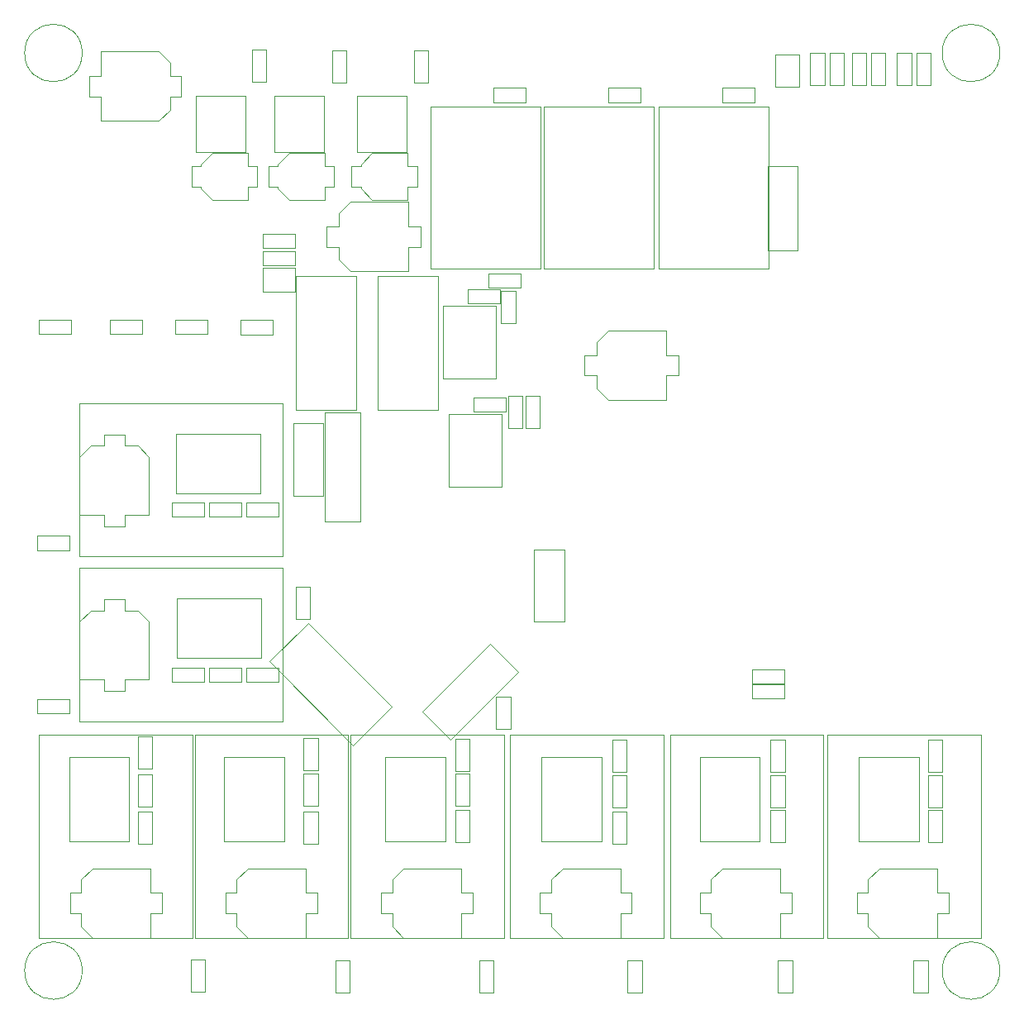
<source format=gbr>
G04 #@! TF.GenerationSoftware,KiCad,Pcbnew,5.1.2-f72e74a~84~ubuntu18.04.1*
G04 #@! TF.CreationDate,2019-05-06T18:12:30+08:00*
G04 #@! TF.ProjectId,printer-board,7072696e-7465-4722-9d62-6f6172642e6b,rev?*
G04 #@! TF.SameCoordinates,Original*
G04 #@! TF.FileFunction,Other,User*
%FSLAX46Y46*%
G04 Gerber Fmt 4.6, Leading zero omitted, Abs format (unit mm)*
G04 Created by KiCad (PCBNEW 5.1.2-f72e74a~84~ubuntu18.04.1) date 2019-05-06 18:12:30*
%MOMM*%
%LPD*%
G04 APERTURE LIST*
%ADD10C,0.050000*%
G04 APERTURE END LIST*
D10*
X5950000Y-97000000D02*
G75*
G03X5950000Y-97000000I-2950000J0D01*
G01*
X99950000Y-97000000D02*
G75*
G03X99950000Y-97000000I-2950000J0D01*
G01*
X5950000Y-3000000D02*
G75*
G03X5950000Y-3000000I-2950000J0D01*
G01*
X99950000Y-3000000D02*
G75*
G03X99950000Y-3000000I-2950000J0D01*
G01*
X34400000Y-39800000D02*
X30800000Y-39800000D01*
X34400000Y-51000000D02*
X34400000Y-39800000D01*
X30800000Y-51000000D02*
X34400000Y-51000000D01*
X30800000Y-39800000D02*
X30800000Y-51000000D01*
X17600000Y-7420000D02*
X22700000Y-7420000D01*
X17600000Y-7420000D02*
X17600000Y-13130000D01*
X22700000Y-13130000D02*
X22700000Y-7420000D01*
X22700000Y-13130000D02*
X17600000Y-13130000D01*
X25600000Y-7420000D02*
X30700000Y-7420000D01*
X25600000Y-7420000D02*
X25600000Y-13130000D01*
X30700000Y-13130000D02*
X30700000Y-7420000D01*
X30700000Y-13130000D02*
X25600000Y-13130000D01*
X34100000Y-7420000D02*
X39200000Y-7420000D01*
X34100000Y-7420000D02*
X34100000Y-13130000D01*
X39200000Y-13130000D02*
X39200000Y-7420000D01*
X39200000Y-13130000D02*
X34100000Y-13130000D01*
X43520000Y-47449999D02*
X48920000Y-47449999D01*
X43520000Y-39989999D02*
X48920000Y-39989999D01*
X43520000Y-47449999D02*
X43520000Y-39989999D01*
X48920000Y-47449999D02*
X48920000Y-39989999D01*
X42920000Y-36350000D02*
X48320000Y-36350000D01*
X42920000Y-28890000D02*
X48320000Y-28890000D01*
X42920000Y-36350000D02*
X42920000Y-28890000D01*
X48320000Y-36350000D02*
X48320000Y-28890000D01*
X65000000Y-8480000D02*
X65000000Y-25120000D01*
X76300000Y-8480000D02*
X65000000Y-8480000D01*
X76300000Y-25120000D02*
X76300000Y-8480000D01*
X65000000Y-25120000D02*
X76300000Y-25120000D01*
X53200000Y-8480000D02*
X53200000Y-25120000D01*
X64500000Y-8480000D02*
X53200000Y-8480000D01*
X64500000Y-25120000D02*
X64500000Y-8480000D01*
X53200000Y-25120000D02*
X64500000Y-25120000D01*
X41600000Y-25120000D02*
X52900000Y-25120000D01*
X52900000Y-25120000D02*
X52900000Y-8480000D01*
X52900000Y-8480000D02*
X41600000Y-8480000D01*
X41600000Y-8480000D02*
X41600000Y-25120000D01*
X36250000Y-39600000D02*
X42400000Y-39600000D01*
X36250000Y-25850000D02*
X36250000Y-39600000D01*
X42400000Y-25850000D02*
X36250000Y-25850000D01*
X42400000Y-39600000D02*
X42400000Y-25850000D01*
X34000000Y-39600000D02*
X34000000Y-25850000D01*
X34000000Y-25850000D02*
X27850000Y-25850000D01*
X27850000Y-25850000D02*
X27850000Y-39600000D01*
X27850000Y-39600000D02*
X34000000Y-39600000D01*
X75350000Y-75100000D02*
X69200000Y-75100000D01*
X75350000Y-83750000D02*
X75350000Y-75100000D01*
X69200000Y-83750000D02*
X75350000Y-83750000D01*
X69200000Y-75100000D02*
X69200000Y-83750000D01*
X76930000Y-6450000D02*
X76930000Y-3150000D01*
X76930000Y-6450000D02*
X79430000Y-6450000D01*
X79430000Y-3150000D02*
X76930000Y-3150000D01*
X79430000Y-3150000D02*
X79430000Y-6450000D01*
X24450000Y-25000000D02*
X27750000Y-25000000D01*
X24450000Y-25000000D02*
X24450000Y-27500000D01*
X27750000Y-27500000D02*
X27750000Y-25000000D01*
X27750000Y-27500000D02*
X24450000Y-27500000D01*
X27750000Y-24730000D02*
X24450000Y-24730000D01*
X27750000Y-23270000D02*
X27750000Y-24730000D01*
X24450000Y-23270000D02*
X27750000Y-23270000D01*
X24450000Y-24730000D02*
X24450000Y-23270000D01*
X27750000Y-22980000D02*
X24450000Y-22980000D01*
X27750000Y-21520000D02*
X27750000Y-22980000D01*
X24450000Y-21520000D02*
X27750000Y-21520000D01*
X24450000Y-22980000D02*
X24450000Y-21520000D01*
X57400000Y-36050000D02*
X58650000Y-36050000D01*
X57400000Y-33950000D02*
X57400000Y-36050000D01*
X58650000Y-33950000D02*
X57400000Y-33950000D01*
X58650000Y-36050000D02*
X58650000Y-37400000D01*
X58650000Y-32600000D02*
X58650000Y-33950000D01*
X58650000Y-32600000D02*
X59800000Y-31450000D01*
X58650000Y-37400000D02*
X59800000Y-38550000D01*
X59800000Y-31450000D02*
X65750000Y-31450000D01*
X59800000Y-38550000D02*
X65750000Y-38550000D01*
X65750000Y-36050000D02*
X65750000Y-38550000D01*
X67000000Y-36050000D02*
X65750000Y-36050000D01*
X67000000Y-33950000D02*
X67000000Y-36050000D01*
X65750000Y-33950000D02*
X67000000Y-33950000D01*
X65750000Y-31450000D02*
X65750000Y-33950000D01*
X52830000Y-38150000D02*
X52830000Y-41450000D01*
X51370000Y-38150000D02*
X52830000Y-38150000D01*
X51370000Y-41450000D02*
X51370000Y-38150000D01*
X52830000Y-41450000D02*
X51370000Y-41450000D01*
X49570000Y-41450000D02*
X49570000Y-38150000D01*
X51030000Y-41450000D02*
X49570000Y-41450000D01*
X51030000Y-38150000D02*
X51030000Y-41450000D01*
X49570000Y-38150000D02*
X51030000Y-38150000D01*
X49350000Y-39729999D02*
X46050000Y-39729999D01*
X49350000Y-38269999D02*
X49350000Y-39729999D01*
X46050000Y-38269999D02*
X49350000Y-38269999D01*
X46050000Y-39729999D02*
X46050000Y-38269999D01*
X47550000Y-25570000D02*
X50850000Y-25570000D01*
X47550000Y-27030000D02*
X47550000Y-25570000D01*
X50850000Y-27030000D02*
X47550000Y-27030000D01*
X50850000Y-25570000D02*
X50850000Y-27030000D01*
X48870000Y-30650000D02*
X48870000Y-27350000D01*
X50330000Y-30650000D02*
X48870000Y-30650000D01*
X50330000Y-27350000D02*
X50330000Y-30650000D01*
X48870000Y-27350000D02*
X50330000Y-27350000D01*
X48750000Y-28680000D02*
X45450000Y-28680000D01*
X48750000Y-27220000D02*
X48750000Y-28680000D01*
X45450000Y-27220000D02*
X48750000Y-27220000D01*
X45450000Y-28680000D02*
X45450000Y-27220000D01*
X79250000Y-14550000D02*
X76150000Y-14550000D01*
X79250000Y-23200000D02*
X79250000Y-14550000D01*
X76150000Y-23200000D02*
X79250000Y-23200000D01*
X76150000Y-14550000D02*
X76150000Y-23200000D01*
X26505000Y-38855000D02*
X26505000Y-54595000D01*
X26505000Y-38855000D02*
X5685000Y-38855000D01*
X5685000Y-54595000D02*
X26505000Y-54595000D01*
X5685000Y-54595000D02*
X5685000Y-38855000D01*
X94030000Y-76950000D02*
X94030000Y-80250000D01*
X92570000Y-76950000D02*
X94030000Y-76950000D01*
X92570000Y-80250000D02*
X92570000Y-76950000D01*
X94030000Y-80250000D02*
X92570000Y-80250000D01*
X39300000Y-13250000D02*
X39300000Y-14600000D01*
X39300000Y-14600000D02*
X40250000Y-14600000D01*
X40250000Y-14600000D02*
X40250000Y-16700000D01*
X40250000Y-16700000D02*
X39300000Y-16700000D01*
X39300000Y-16700000D02*
X39300000Y-18050000D01*
X35650000Y-18050000D02*
X39300000Y-18050000D01*
X35650000Y-13250000D02*
X39300000Y-13250000D01*
X34500000Y-16900000D02*
X35650000Y-18050000D01*
X34500000Y-14400000D02*
X35650000Y-13250000D01*
X34500000Y-14400000D02*
X34500000Y-14600000D01*
X34500000Y-16700000D02*
X34500000Y-16900000D01*
X34500000Y-14600000D02*
X33550000Y-14600000D01*
X33550000Y-14600000D02*
X33550000Y-16700000D01*
X33550000Y-16700000D02*
X34500000Y-16700000D01*
X17150000Y-16700000D02*
X18100000Y-16700000D01*
X17150000Y-14600000D02*
X17150000Y-16700000D01*
X18100000Y-14600000D02*
X17150000Y-14600000D01*
X18100000Y-16700000D02*
X18100000Y-16900000D01*
X18100000Y-14400000D02*
X18100000Y-14600000D01*
X18100000Y-14400000D02*
X19250000Y-13250000D01*
X18100000Y-16900000D02*
X19250000Y-18050000D01*
X19250000Y-13250000D02*
X22900000Y-13250000D01*
X19250000Y-18050000D02*
X22900000Y-18050000D01*
X22900000Y-16700000D02*
X22900000Y-18050000D01*
X23850000Y-16700000D02*
X22900000Y-16700000D01*
X23850000Y-14600000D02*
X23850000Y-16700000D01*
X22900000Y-14600000D02*
X23850000Y-14600000D01*
X22900000Y-13250000D02*
X22900000Y-14600000D01*
X30800000Y-13250000D02*
X30800000Y-14600000D01*
X30800000Y-14600000D02*
X31750000Y-14600000D01*
X31750000Y-14600000D02*
X31750000Y-16700000D01*
X31750000Y-16700000D02*
X30800000Y-16700000D01*
X30800000Y-16700000D02*
X30800000Y-18050000D01*
X27150000Y-18050000D02*
X30800000Y-18050000D01*
X27150000Y-13250000D02*
X30800000Y-13250000D01*
X26000000Y-16900000D02*
X27150000Y-18050000D01*
X26000000Y-14400000D02*
X27150000Y-13250000D01*
X26000000Y-14400000D02*
X26000000Y-14600000D01*
X26000000Y-16700000D02*
X26000000Y-16900000D01*
X26000000Y-14600000D02*
X25050000Y-14600000D01*
X25050000Y-14600000D02*
X25050000Y-16700000D01*
X25050000Y-16700000D02*
X26000000Y-16700000D01*
X77850000Y-69130000D02*
X74550000Y-69130000D01*
X77850000Y-67670000D02*
X77850000Y-69130000D01*
X74550000Y-67670000D02*
X77850000Y-67670000D01*
X74550000Y-69130000D02*
X74550000Y-67670000D01*
X74550000Y-67630000D02*
X74550000Y-66170000D01*
X74550000Y-66170000D02*
X77850000Y-66170000D01*
X77850000Y-66170000D02*
X77850000Y-67630000D01*
X77850000Y-67630000D02*
X74550000Y-67630000D01*
X52250000Y-53850000D02*
X52250000Y-61250000D01*
X52250000Y-61250000D02*
X55350000Y-61250000D01*
X55350000Y-61250000D02*
X55350000Y-53850000D01*
X55350000Y-53850000D02*
X52250000Y-53850000D01*
X39350000Y-18250000D02*
X39350000Y-20750000D01*
X39350000Y-20750000D02*
X40600000Y-20750000D01*
X40600000Y-20750000D02*
X40600000Y-22850000D01*
X40600000Y-22850000D02*
X39350000Y-22850000D01*
X39350000Y-22850000D02*
X39350000Y-25350000D01*
X33400000Y-25350000D02*
X39350000Y-25350000D01*
X33400000Y-18250000D02*
X39350000Y-18250000D01*
X32250000Y-24200000D02*
X33400000Y-25350000D01*
X32250000Y-19400000D02*
X33400000Y-18250000D01*
X32250000Y-19400000D02*
X32250000Y-20750000D01*
X32250000Y-22850000D02*
X32250000Y-24200000D01*
X32250000Y-20750000D02*
X31000000Y-20750000D01*
X31000000Y-20750000D02*
X31000000Y-22850000D01*
X31000000Y-22850000D02*
X32250000Y-22850000D01*
X30650000Y-40950000D02*
X27550000Y-40950000D01*
X30650000Y-48350000D02*
X30650000Y-40950000D01*
X27550000Y-48350000D02*
X30650000Y-48350000D01*
X27550000Y-40950000D02*
X27550000Y-48350000D01*
X29301615Y-61000000D02*
X27841615Y-61000000D01*
X27841615Y-61000000D02*
X27841615Y-57700000D01*
X27841615Y-57700000D02*
X29301615Y-57700000D01*
X29301615Y-57700000D02*
X29301615Y-61000000D01*
X29117015Y-61384917D02*
X25157217Y-65344715D01*
X25157217Y-65344715D02*
X33713209Y-73900707D01*
X33713209Y-73900707D02*
X37673007Y-69940909D01*
X37673007Y-69940909D02*
X29117015Y-61384917D01*
X47702154Y-63547608D02*
X50601292Y-66446746D01*
X40772508Y-70477254D02*
X47702154Y-63547608D01*
X43671646Y-73376392D02*
X40772508Y-70477254D01*
X50601292Y-66446746D02*
X43671646Y-73376392D01*
X48357867Y-72244975D02*
X48357867Y-68944975D01*
X49817867Y-72244975D02*
X48357867Y-72244975D01*
X49817867Y-68944975D02*
X49817867Y-72244975D01*
X48357867Y-68944975D02*
X49817867Y-68944975D01*
X93550000Y-86545000D02*
X93550000Y-89045000D01*
X93550000Y-89045000D02*
X94700000Y-89045000D01*
X94700000Y-89045000D02*
X94700000Y-91145000D01*
X94700000Y-91145000D02*
X93550000Y-91145000D01*
X93550000Y-91145000D02*
X93550000Y-93645000D01*
X87600000Y-93645000D02*
X93550000Y-93645000D01*
X87600000Y-86545000D02*
X93550000Y-86545000D01*
X86450000Y-92495000D02*
X87600000Y-93645000D01*
X86450000Y-87695000D02*
X87600000Y-86545000D01*
X86450000Y-87695000D02*
X86450000Y-89045000D01*
X86450000Y-91145000D02*
X86450000Y-92495000D01*
X86450000Y-89045000D02*
X85300000Y-89045000D01*
X85300000Y-89045000D02*
X85300000Y-91145000D01*
X85300000Y-91145000D02*
X86450000Y-91145000D01*
X94030000Y-80550000D02*
X94030000Y-83850000D01*
X92570000Y-80550000D02*
X94030000Y-80550000D01*
X92570000Y-83850000D02*
X92570000Y-80550000D01*
X94030000Y-83850000D02*
X92570000Y-83850000D01*
X91650000Y-75100000D02*
X85500000Y-75100000D01*
X91650000Y-83750000D02*
X91650000Y-75100000D01*
X85500000Y-83750000D02*
X91650000Y-83750000D01*
X85500000Y-75100000D02*
X85500000Y-83750000D01*
X91105000Y-99250000D02*
X91105000Y-95950000D01*
X92565000Y-99250000D02*
X91105000Y-99250000D01*
X92565000Y-95950000D02*
X92565000Y-99250000D01*
X91105000Y-95950000D02*
X92565000Y-95950000D01*
X94030000Y-76650000D02*
X92570000Y-76650000D01*
X92570000Y-76650000D02*
X92570000Y-73350000D01*
X92570000Y-73350000D02*
X94030000Y-73350000D01*
X94030000Y-73350000D02*
X94030000Y-76650000D01*
X82275000Y-72825000D02*
X98015000Y-72825000D01*
X82275000Y-72825000D02*
X82275000Y-93645000D01*
X98015000Y-93645000D02*
X98015000Y-72825000D01*
X98015000Y-93645000D02*
X82275000Y-93645000D01*
X77450000Y-86545000D02*
X77450000Y-89045000D01*
X77450000Y-89045000D02*
X78600000Y-89045000D01*
X78600000Y-89045000D02*
X78600000Y-91145000D01*
X78600000Y-91145000D02*
X77450000Y-91145000D01*
X77450000Y-91145000D02*
X77450000Y-93645000D01*
X71500000Y-93645000D02*
X77450000Y-93645000D01*
X71500000Y-86545000D02*
X77450000Y-86545000D01*
X70350000Y-92495000D02*
X71500000Y-93645000D01*
X70350000Y-87695000D02*
X71500000Y-86545000D01*
X70350000Y-87695000D02*
X70350000Y-89045000D01*
X70350000Y-91145000D02*
X70350000Y-92495000D01*
X70350000Y-89045000D02*
X69200000Y-89045000D01*
X69200000Y-89045000D02*
X69200000Y-91145000D01*
X69200000Y-91145000D02*
X70350000Y-91145000D01*
X77930000Y-80550000D02*
X77930000Y-83850000D01*
X76470000Y-80550000D02*
X77930000Y-80550000D01*
X76470000Y-83850000D02*
X76470000Y-80550000D01*
X77930000Y-83850000D02*
X76470000Y-83850000D01*
X77230000Y-99250000D02*
X77230000Y-95950000D01*
X78690000Y-99250000D02*
X77230000Y-99250000D01*
X78690000Y-95950000D02*
X78690000Y-99250000D01*
X77230000Y-95950000D02*
X78690000Y-95950000D01*
X77930000Y-80250000D02*
X76470000Y-80250000D01*
X76470000Y-80250000D02*
X76470000Y-76950000D01*
X76470000Y-76950000D02*
X77930000Y-76950000D01*
X77930000Y-76950000D02*
X77930000Y-80250000D01*
X77930000Y-73350000D02*
X77930000Y-76650000D01*
X76470000Y-73350000D02*
X77930000Y-73350000D01*
X76470000Y-76650000D02*
X76470000Y-73350000D01*
X77930000Y-76650000D02*
X76470000Y-76650000D01*
X81889000Y-93645000D02*
X66149000Y-93645000D01*
X81889000Y-93645000D02*
X81889000Y-72825000D01*
X66149000Y-72825000D02*
X66149000Y-93645000D01*
X66149000Y-72825000D02*
X81889000Y-72825000D01*
X61100000Y-86545000D02*
X61100000Y-89045000D01*
X61100000Y-89045000D02*
X62250000Y-89045000D01*
X62250000Y-89045000D02*
X62250000Y-91145000D01*
X62250000Y-91145000D02*
X61100000Y-91145000D01*
X61100000Y-91145000D02*
X61100000Y-93645000D01*
X55150000Y-93645000D02*
X61100000Y-93645000D01*
X55150000Y-86545000D02*
X61100000Y-86545000D01*
X54000000Y-92495000D02*
X55150000Y-93645000D01*
X54000000Y-87695000D02*
X55150000Y-86545000D01*
X54000000Y-87695000D02*
X54000000Y-89045000D01*
X54000000Y-91145000D02*
X54000000Y-92495000D01*
X54000000Y-89045000D02*
X52850000Y-89045000D01*
X52850000Y-89045000D02*
X52850000Y-91145000D01*
X52850000Y-91145000D02*
X54000000Y-91145000D01*
X61730000Y-84050000D02*
X60270000Y-84050000D01*
X60270000Y-84050000D02*
X60270000Y-80750000D01*
X60270000Y-80750000D02*
X61730000Y-80750000D01*
X61730000Y-80750000D02*
X61730000Y-84050000D01*
X53000000Y-75100000D02*
X53000000Y-83750000D01*
X53000000Y-83750000D02*
X59150000Y-83750000D01*
X59150000Y-83750000D02*
X59150000Y-75100000D01*
X59150000Y-75100000D02*
X53000000Y-75100000D01*
X61820000Y-95955000D02*
X63280000Y-95955000D01*
X63280000Y-95955000D02*
X63280000Y-99255000D01*
X63280000Y-99255000D02*
X61820000Y-99255000D01*
X61820000Y-99255000D02*
X61820000Y-95955000D01*
X61730000Y-80250000D02*
X60270000Y-80250000D01*
X60270000Y-80250000D02*
X60270000Y-76950000D01*
X60270000Y-76950000D02*
X61730000Y-76950000D01*
X61730000Y-76950000D02*
X61730000Y-80250000D01*
X61730000Y-76650000D02*
X60270000Y-76650000D01*
X60270000Y-76650000D02*
X60270000Y-73350000D01*
X60270000Y-73350000D02*
X61730000Y-73350000D01*
X61730000Y-73350000D02*
X61730000Y-76650000D01*
X49773000Y-72825000D02*
X65513000Y-72825000D01*
X49773000Y-72825000D02*
X49773000Y-93645000D01*
X65513000Y-93645000D02*
X65513000Y-72825000D01*
X65513000Y-93645000D02*
X49773000Y-93645000D01*
X36550000Y-91145000D02*
X37700000Y-91145000D01*
X36550000Y-89045000D02*
X36550000Y-91145000D01*
X37700000Y-89045000D02*
X36550000Y-89045000D01*
X37700000Y-91145000D02*
X37700000Y-92495000D01*
X37700000Y-87695000D02*
X37700000Y-89045000D01*
X37700000Y-87695000D02*
X38850000Y-86545000D01*
X37700000Y-92495000D02*
X38850000Y-93645000D01*
X38850000Y-86545000D02*
X44800000Y-86545000D01*
X38850000Y-93645000D02*
X44800000Y-93645000D01*
X44800000Y-91145000D02*
X44800000Y-93645000D01*
X45950000Y-91145000D02*
X44800000Y-91145000D01*
X45950000Y-89045000D02*
X45950000Y-91145000D01*
X44800000Y-89045000D02*
X45950000Y-89045000D01*
X44800000Y-86545000D02*
X44800000Y-89045000D01*
X45630000Y-80550000D02*
X45630000Y-83850000D01*
X44170000Y-80550000D02*
X45630000Y-80550000D01*
X44170000Y-83850000D02*
X44170000Y-80550000D01*
X45630000Y-83850000D02*
X44170000Y-83850000D01*
X43150000Y-75100000D02*
X37000000Y-75100000D01*
X43150000Y-83750000D02*
X43150000Y-75100000D01*
X37000000Y-83750000D02*
X43150000Y-83750000D01*
X37000000Y-75100000D02*
X37000000Y-83750000D01*
X46640000Y-99250000D02*
X46640000Y-95950000D01*
X48100000Y-99250000D02*
X46640000Y-99250000D01*
X48100000Y-95950000D02*
X48100000Y-99250000D01*
X46640000Y-95950000D02*
X48100000Y-95950000D01*
X45630000Y-80150000D02*
X44170000Y-80150000D01*
X44170000Y-80150000D02*
X44170000Y-76850000D01*
X44170000Y-76850000D02*
X45630000Y-76850000D01*
X45630000Y-76850000D02*
X45630000Y-80150000D01*
X45630000Y-76550000D02*
X44170000Y-76550000D01*
X44170000Y-76550000D02*
X44170000Y-73250000D01*
X44170000Y-73250000D02*
X45630000Y-73250000D01*
X45630000Y-73250000D02*
X45630000Y-76550000D01*
X33447000Y-72825000D02*
X49187000Y-72825000D01*
X33447000Y-72825000D02*
X33447000Y-93645000D01*
X49187000Y-93645000D02*
X49187000Y-72825000D01*
X49187000Y-93645000D02*
X33447000Y-93645000D01*
X20600000Y-91145000D02*
X21750000Y-91145000D01*
X20600000Y-89045000D02*
X20600000Y-91145000D01*
X21750000Y-89045000D02*
X20600000Y-89045000D01*
X21750000Y-91145000D02*
X21750000Y-92495000D01*
X21750000Y-87695000D02*
X21750000Y-89045000D01*
X21750000Y-87695000D02*
X22900000Y-86545000D01*
X21750000Y-92495000D02*
X22900000Y-93645000D01*
X22900000Y-86545000D02*
X28850000Y-86545000D01*
X22900000Y-93645000D02*
X28850000Y-93645000D01*
X28850000Y-91145000D02*
X28850000Y-93645000D01*
X30000000Y-91145000D02*
X28850000Y-91145000D01*
X30000000Y-89045000D02*
X30000000Y-91145000D01*
X28850000Y-89045000D02*
X30000000Y-89045000D01*
X28850000Y-86545000D02*
X28850000Y-89045000D01*
X30080000Y-83975000D02*
X28620000Y-83975000D01*
X28620000Y-83975000D02*
X28620000Y-80675000D01*
X28620000Y-80675000D02*
X30080000Y-80675000D01*
X30080000Y-80675000D02*
X30080000Y-83975000D01*
X26650000Y-75100000D02*
X20500000Y-75100000D01*
X26650000Y-83750000D02*
X26650000Y-75100000D01*
X20500000Y-83750000D02*
X26650000Y-83750000D01*
X20500000Y-75100000D02*
X20500000Y-83750000D01*
X31870000Y-95950000D02*
X33330000Y-95950000D01*
X33330000Y-95950000D02*
X33330000Y-99250000D01*
X33330000Y-99250000D02*
X31870000Y-99250000D01*
X31870000Y-99250000D02*
X31870000Y-95950000D01*
X30080000Y-80100000D02*
X28620000Y-80100000D01*
X28620000Y-80100000D02*
X28620000Y-76800000D01*
X28620000Y-76800000D02*
X30080000Y-76800000D01*
X30080000Y-76800000D02*
X30080000Y-80100000D01*
X30080000Y-73150000D02*
X30080000Y-76450000D01*
X28620000Y-73150000D02*
X30080000Y-73150000D01*
X28620000Y-76450000D02*
X28620000Y-73150000D01*
X30080000Y-76450000D02*
X28620000Y-76450000D01*
X17471000Y-72825000D02*
X33211000Y-72825000D01*
X17471000Y-72825000D02*
X17471000Y-93645000D01*
X33211000Y-93645000D02*
X33211000Y-72825000D01*
X33211000Y-93645000D02*
X17471000Y-93645000D01*
X12950000Y-86545000D02*
X12950000Y-89045000D01*
X12950000Y-89045000D02*
X14100000Y-89045000D01*
X14100000Y-89045000D02*
X14100000Y-91145000D01*
X14100000Y-91145000D02*
X12950000Y-91145000D01*
X12950000Y-91145000D02*
X12950000Y-93645000D01*
X7000000Y-93645000D02*
X12950000Y-93645000D01*
X7000000Y-86545000D02*
X12950000Y-86545000D01*
X5850000Y-92495000D02*
X7000000Y-93645000D01*
X5850000Y-87695000D02*
X7000000Y-86545000D01*
X5850000Y-87695000D02*
X5850000Y-89045000D01*
X5850000Y-91145000D02*
X5850000Y-92495000D01*
X5850000Y-89045000D02*
X4700000Y-89045000D01*
X4700000Y-89045000D02*
X4700000Y-91145000D01*
X4700000Y-91145000D02*
X5850000Y-91145000D01*
X13130000Y-80750000D02*
X13130000Y-84050000D01*
X11670000Y-80750000D02*
X13130000Y-80750000D01*
X11670000Y-84050000D02*
X11670000Y-80750000D01*
X13130000Y-84050000D02*
X11670000Y-84050000D01*
X10750000Y-75100000D02*
X4600000Y-75100000D01*
X10750000Y-83750000D02*
X10750000Y-75100000D01*
X4600000Y-83750000D02*
X10750000Y-83750000D01*
X4600000Y-75100000D02*
X4600000Y-83750000D01*
X17070000Y-95905000D02*
X18530000Y-95905000D01*
X18530000Y-95905000D02*
X18530000Y-99205000D01*
X18530000Y-99205000D02*
X17070000Y-99205000D01*
X17070000Y-99205000D02*
X17070000Y-95905000D01*
X13130000Y-73000000D02*
X13130000Y-76300000D01*
X11670000Y-73000000D02*
X13130000Y-73000000D01*
X11670000Y-76300000D02*
X11670000Y-73000000D01*
X13130000Y-76300000D02*
X11670000Y-76300000D01*
X13130000Y-76875000D02*
X13130000Y-80175000D01*
X11670000Y-76875000D02*
X13130000Y-76875000D01*
X11670000Y-80175000D02*
X11670000Y-76875000D01*
X13130000Y-80175000D02*
X11670000Y-80175000D01*
X17285000Y-93645000D02*
X1545000Y-93645000D01*
X17285000Y-93645000D02*
X17285000Y-72825000D01*
X1545000Y-72825000D02*
X1545000Y-93645000D01*
X1545000Y-72825000D02*
X17285000Y-72825000D01*
X8185000Y-58950000D02*
X8185000Y-60100000D01*
X10285000Y-58950000D02*
X8185000Y-58950000D01*
X10285000Y-60100000D02*
X10285000Y-58950000D01*
X8185000Y-60100000D02*
X6835000Y-60100000D01*
X11635000Y-60100000D02*
X10285000Y-60100000D01*
X11635000Y-60100000D02*
X12785000Y-61250000D01*
X6835000Y-60100000D02*
X5685000Y-61250000D01*
X12785000Y-61250000D02*
X12785000Y-67200000D01*
X5685000Y-61250000D02*
X5685000Y-67200000D01*
X8185000Y-67200000D02*
X5685000Y-67200000D01*
X8185000Y-68350000D02*
X8185000Y-67200000D01*
X10285000Y-68350000D02*
X8185000Y-68350000D01*
X10285000Y-67200000D02*
X10285000Y-68350000D01*
X12785000Y-67200000D02*
X10285000Y-67200000D01*
X18450000Y-67430000D02*
X15150000Y-67430000D01*
X18450000Y-65970000D02*
X18450000Y-67430000D01*
X15150000Y-65970000D02*
X18450000Y-65970000D01*
X15150000Y-67430000D02*
X15150000Y-65970000D01*
X24300000Y-58850000D02*
X15650000Y-58850000D01*
X15650000Y-58850000D02*
X15650000Y-65000000D01*
X15650000Y-65000000D02*
X24300000Y-65000000D01*
X24300000Y-65000000D02*
X24300000Y-58850000D01*
X4650000Y-70630000D02*
X1350000Y-70630000D01*
X4650000Y-69170000D02*
X4650000Y-70630000D01*
X1350000Y-69170000D02*
X4650000Y-69170000D01*
X1350000Y-70630000D02*
X1350000Y-69170000D01*
X22750000Y-67430000D02*
X22750000Y-65970000D01*
X22750000Y-65970000D02*
X26050000Y-65970000D01*
X26050000Y-65970000D02*
X26050000Y-67430000D01*
X26050000Y-67430000D02*
X22750000Y-67430000D01*
X18950000Y-67430000D02*
X18950000Y-65970000D01*
X18950000Y-65970000D02*
X22250000Y-65970000D01*
X22250000Y-65970000D02*
X22250000Y-67430000D01*
X22250000Y-67430000D02*
X18950000Y-67430000D01*
X5685000Y-71475000D02*
X5685000Y-55735000D01*
X5685000Y-71475000D02*
X26505000Y-71475000D01*
X26505000Y-55735000D02*
X5685000Y-55735000D01*
X26505000Y-55735000D02*
X26505000Y-71475000D01*
X12785000Y-50350000D02*
X10285000Y-50350000D01*
X10285000Y-50350000D02*
X10285000Y-51500000D01*
X10285000Y-51500000D02*
X8185000Y-51500000D01*
X8185000Y-51500000D02*
X8185000Y-50350000D01*
X8185000Y-50350000D02*
X5685000Y-50350000D01*
X5685000Y-44400000D02*
X5685000Y-50350000D01*
X12785000Y-44400000D02*
X12785000Y-50350000D01*
X6835000Y-43250000D02*
X5685000Y-44400000D01*
X11635000Y-43250000D02*
X12785000Y-44400000D01*
X11635000Y-43250000D02*
X10285000Y-43250000D01*
X8185000Y-43250000D02*
X6835000Y-43250000D01*
X10285000Y-43250000D02*
X10285000Y-42100000D01*
X10285000Y-42100000D02*
X8185000Y-42100000D01*
X8185000Y-42100000D02*
X8185000Y-43250000D01*
X18450000Y-50530000D02*
X15150000Y-50530000D01*
X18450000Y-49070000D02*
X18450000Y-50530000D01*
X15150000Y-49070000D02*
X18450000Y-49070000D01*
X15150000Y-50530000D02*
X15150000Y-49070000D01*
X24200000Y-42000000D02*
X15550000Y-42000000D01*
X15550000Y-42000000D02*
X15550000Y-48150000D01*
X15550000Y-48150000D02*
X24200000Y-48150000D01*
X24200000Y-48150000D02*
X24200000Y-42000000D01*
X1350000Y-53930000D02*
X1350000Y-52470000D01*
X1350000Y-52470000D02*
X4650000Y-52470000D01*
X4650000Y-52470000D02*
X4650000Y-53930000D01*
X4650000Y-53930000D02*
X1350000Y-53930000D01*
X22750000Y-49070000D02*
X26050000Y-49070000D01*
X22750000Y-50530000D02*
X22750000Y-49070000D01*
X26050000Y-50530000D02*
X22750000Y-50530000D01*
X26050000Y-49070000D02*
X26050000Y-50530000D01*
X18950000Y-50530000D02*
X18950000Y-49070000D01*
X18950000Y-49070000D02*
X22250000Y-49070000D01*
X22250000Y-49070000D02*
X22250000Y-50530000D01*
X22250000Y-50530000D02*
X18950000Y-50530000D01*
X48100000Y-8030000D02*
X48100000Y-6570000D01*
X48100000Y-6570000D02*
X51400000Y-6570000D01*
X51400000Y-6570000D02*
X51400000Y-8030000D01*
X51400000Y-8030000D02*
X48100000Y-8030000D01*
X59825000Y-8030000D02*
X59825000Y-6570000D01*
X59825000Y-6570000D02*
X63125000Y-6570000D01*
X63125000Y-6570000D02*
X63125000Y-8030000D01*
X63125000Y-8030000D02*
X59825000Y-8030000D01*
X74800000Y-8030000D02*
X71500000Y-8030000D01*
X74800000Y-6570000D02*
X74800000Y-8030000D01*
X71500000Y-6570000D02*
X74800000Y-6570000D01*
X71500000Y-8030000D02*
X71500000Y-6570000D01*
X18800000Y-31780000D02*
X15500000Y-31780000D01*
X18800000Y-30320000D02*
X18800000Y-31780000D01*
X15500000Y-30320000D02*
X18800000Y-30320000D01*
X15500000Y-31780000D02*
X15500000Y-30320000D01*
X22156575Y-31836638D02*
X22156575Y-30376638D01*
X22156575Y-30376638D02*
X25456575Y-30376638D01*
X25456575Y-30376638D02*
X25456575Y-31836638D01*
X25456575Y-31836638D02*
X22156575Y-31836638D01*
X8750000Y-31780000D02*
X8750000Y-30320000D01*
X8750000Y-30320000D02*
X12050000Y-30320000D01*
X12050000Y-30320000D02*
X12050000Y-31780000D01*
X12050000Y-31780000D02*
X8750000Y-31780000D01*
X4800000Y-31780000D02*
X1500000Y-31780000D01*
X4800000Y-30320000D02*
X4800000Y-31780000D01*
X1500000Y-30320000D02*
X4800000Y-30320000D01*
X1500000Y-31780000D02*
X1500000Y-30320000D01*
X23370000Y-2672500D02*
X24830000Y-2672500D01*
X24830000Y-2672500D02*
X24830000Y-5972500D01*
X24830000Y-5972500D02*
X23370000Y-5972500D01*
X23370000Y-5972500D02*
X23370000Y-2672500D01*
X31545000Y-6072500D02*
X31545000Y-2772500D01*
X33005000Y-6072500D02*
X31545000Y-6072500D01*
X33005000Y-2772500D02*
X33005000Y-6072500D01*
X31545000Y-2772500D02*
X33005000Y-2772500D01*
X39920000Y-2750000D02*
X41380000Y-2750000D01*
X41380000Y-2750000D02*
X41380000Y-6050000D01*
X41380000Y-6050000D02*
X39920000Y-6050000D01*
X39920000Y-6050000D02*
X39920000Y-2750000D01*
X7850000Y-9950000D02*
X7850000Y-7450000D01*
X7850000Y-7450000D02*
X6700000Y-7450000D01*
X6700000Y-7450000D02*
X6700000Y-5350000D01*
X6700000Y-5350000D02*
X7850000Y-5350000D01*
X7850000Y-5350000D02*
X7850000Y-2850000D01*
X13800000Y-2850000D02*
X7850000Y-2850000D01*
X13800000Y-9950000D02*
X7850000Y-9950000D01*
X14950000Y-4000000D02*
X13800000Y-2850000D01*
X14950000Y-8800000D02*
X13800000Y-9950000D01*
X14950000Y-8800000D02*
X14950000Y-7450000D01*
X14950000Y-5350000D02*
X14950000Y-4000000D01*
X14950000Y-7450000D02*
X16100000Y-7450000D01*
X16100000Y-7450000D02*
X16100000Y-5350000D01*
X16100000Y-5350000D02*
X14950000Y-5350000D01*
X92870000Y-3000000D02*
X92870000Y-6300000D01*
X91410000Y-3000000D02*
X92870000Y-3000000D01*
X91410000Y-6300000D02*
X91410000Y-3000000D01*
X92870000Y-6300000D02*
X91410000Y-6300000D01*
X90880000Y-3005000D02*
X90880000Y-6305000D01*
X89420000Y-3005000D02*
X90880000Y-3005000D01*
X89420000Y-6305000D02*
X89420000Y-3005000D01*
X90880000Y-6305000D02*
X89420000Y-6305000D01*
X88240000Y-2995000D02*
X88240000Y-6295000D01*
X86780000Y-2995000D02*
X88240000Y-2995000D01*
X86780000Y-6295000D02*
X86780000Y-2995000D01*
X88240000Y-6295000D02*
X86780000Y-6295000D01*
X86290000Y-2995000D02*
X86290000Y-6295000D01*
X84830000Y-2995000D02*
X86290000Y-2995000D01*
X84830000Y-6295000D02*
X84830000Y-2995000D01*
X86290000Y-6295000D02*
X84830000Y-6295000D01*
X83950000Y-2975000D02*
X83950000Y-6275000D01*
X82490000Y-2975000D02*
X83950000Y-2975000D01*
X82490000Y-6275000D02*
X82490000Y-2975000D01*
X83950000Y-6275000D02*
X82490000Y-6275000D01*
X82000000Y-2980000D02*
X82000000Y-6280000D01*
X80540000Y-2980000D02*
X82000000Y-2980000D01*
X80540000Y-6280000D02*
X80540000Y-2980000D01*
X82000000Y-6280000D02*
X80540000Y-6280000D01*
M02*

</source>
